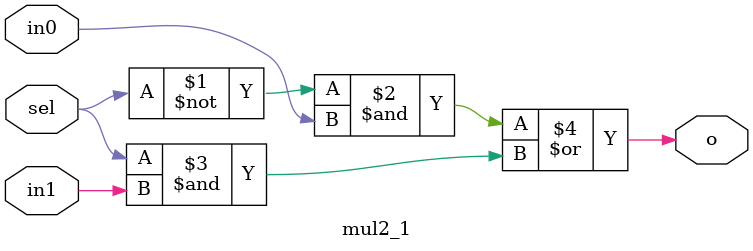
<source format=v>
`timescale 1ns / 1ps


module mul2_1(
    input in0,
    input in1,
    input sel,
    output o
    );
 
    assign o = ((~sel & in0)|(sel & in1));

endmodule

</source>
